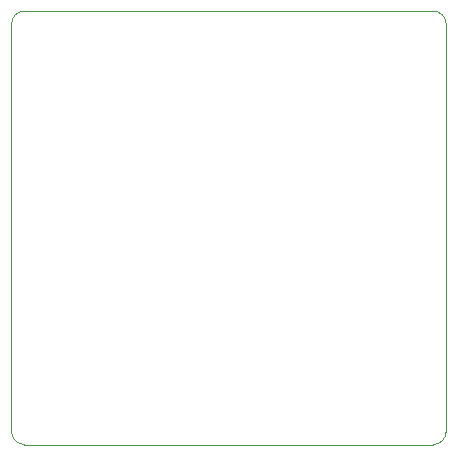
<source format=gm1>
G04 #@! TF.GenerationSoftware,KiCad,Pcbnew,(2017-11-08 revision cd21218)-HEAD*
G04 #@! TF.CreationDate,2018-02-20T18:29:19+02:00*
G04 #@! TF.ProjectId,ws281x_led_strip_controller,7773323831785F6C65645F7374726970,rev?*
G04 #@! TF.SameCoordinates,Original*
G04 #@! TF.FileFunction,Profile,NP*
%FSLAX46Y46*%
G04 Gerber Fmt 4.6, Leading zero omitted, Abs format (unit mm)*
G04 Created by KiCad (PCBNEW (2017-11-08 revision cd21218)-HEAD) date Tue Feb 20 18:29:19 2018*
%MOMM*%
%LPD*%
G01*
G04 APERTURE LIST*
%ADD10C,0.100000*%
G04 APERTURE END LIST*
D10*
X148000000Y-91900000D02*
G75*
G02X146900000Y-93000000I-1100000J0D01*
G01*
X111200000Y-57400000D02*
G75*
G02X112300000Y-56300000I1100000J0D01*
G01*
X112300000Y-93000000D02*
G75*
G02X111200000Y-91900000I0J1100000D01*
G01*
X146900000Y-56300000D02*
G75*
G02X148000000Y-57400000I0J-1100000D01*
G01*
X111200000Y-91900140D02*
X111200000Y-57400000D01*
X146900000Y-93000000D02*
X112299860Y-93000000D01*
X148000000Y-57399860D02*
X148000000Y-91900000D01*
X112300000Y-56300000D02*
X146900000Y-56300000D01*
M02*

</source>
